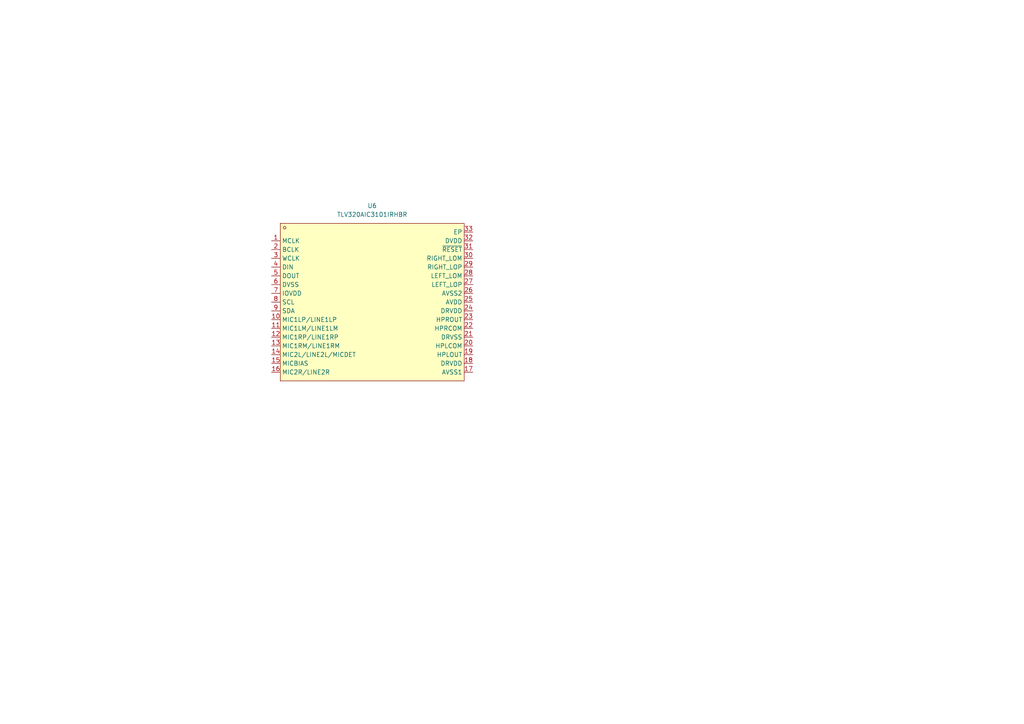
<source format=kicad_sch>
(kicad_sch (version 20231120) (generator "eeschema") (generator_version "8.0")
  (paper "A4")
  (title_block (title "Audio") (date "2024-12-08") (rev "Prototype v0") (company "xamuel.xyz"))
  (lib_symbols
    (symbol "linuxpocket:TLV320AIC3101IRHBR"
      (property "Reference" "U" (at 0 25.4 0))
      (property "Value" "TLV320AIC3101IRHBR" (at 0 -25.4 0))
      (symbol "TLV320AIC3101IRHBR_0_1"
        (rectangle (start -26.67 22.86) (end 26.67 -22.86) (fill (type background)))
        (circle (center -25.4 21.59) (radius 0.38))
        (pin unspecified line (at -29.21 17.78 0) (length 2.54) (name "MCLK") (number "1"))
        (pin unspecified line (at -29.21 -5.08 0) (length 2.54) (name "MIC1LP/LINE1LP") (number "10"))
        (pin unspecified line (at -29.21 -7.62 0) (length 2.54) (name "MIC1LM/LINE1LM") (number "11"))
        (pin unspecified line (at -29.21 -10.16 0) (length 2.54) (name "MIC1RP/LINE1RP") (number "12"))
        (pin unspecified line (at -29.21 -12.7 0) (length 2.54) (name "MIC1RM/LINE1RM") (number "13"))
        (pin unspecified line (at -29.21 -15.24 0) (length 2.54) (name "MIC2L/LINE2L/MICDET") (number "14"))
        (pin unspecified line (at -29.21 -17.78 0) (length 2.54) (name "MICBIAS") (number "15"))
        (pin unspecified line (at -29.21 -20.32 0) (length 2.54) (name "MIC2R/LINE2R") (number "16"))
        (pin unspecified line (at 29.21 -20.32 180) (length 2.54) (name "AVSS1") (number "17"))
        (pin unspecified line (at 29.21 -17.78 180) (length 2.54) (name "DRVDD") (number "18"))
        (pin unspecified line (at 29.21 -15.24 180) (length 2.54) (name "HPLOUT") (number "19"))
        (pin unspecified line (at -29.21 15.24 0) (length 2.54) (name "BCLK") (number "2"))
        (pin unspecified line (at 29.21 -12.7 180) (length 2.54) (name "HPLCOM") (number "20"))
        (pin unspecified line (at 29.21 -10.16 180) (length 2.54) (name "DRVSS") (number "21"))
        (pin unspecified line (at 29.21 -7.62 180) (length 2.54) (name "HPRCOM") (number "22"))
        (pin unspecified line (at 29.21 -5.08 180) (length 2.54) (name "HPROUT") (number "23"))
        (pin unspecified line (at 29.21 -2.54 180) (length 2.54) (name "DRVDD") (number "24"))
        (pin unspecified line (at 29.21 0 180) (length 2.54) (name "AVDD") (number "25"))
        (pin unspecified line (at 29.21 2.54 180) (length 2.54) (name "AVSS2") (number "26"))
        (pin unspecified line (at 29.21 5.08 180) (length 2.54) (name "LEFT_LOP") (number "27"))
        (pin unspecified line (at 29.21 7.62 180) (length 2.54) (name "LEFT_LOM") (number "28"))
        (pin unspecified line (at 29.21 10.16 180) (length 2.54) (name "RIGHT_LOP") (number "29"))
        (pin unspecified line (at -29.21 12.7 0) (length 2.54) (name "WCLK") (number "3"))
        (pin unspecified line (at 29.21 12.7 180) (length 2.54) (name "RIGHT_LOM") (number "30"))
        (pin unspecified line (at 29.21 15.24 180) (length 2.54) (name "~{RESET}") (number "31"))
        (pin unspecified line (at 29.21 17.78 180) (length 2.54) (name "DVDD") (number "32"))
        (pin unspecified line (at 29.21 20.32 180) (length 2.54) (name "EP") (number "33"))
        (pin unspecified line (at -29.21 10.16 0) (length 2.54) (name "DIN") (number "4"))
        (pin unspecified line (at -29.21 7.62 0) (length 2.54) (name "DOUT") (number "5"))
        (pin unspecified line (at -29.21 5.08 0) (length 2.54) (name "DVSS") (number "6"))
        (pin unspecified line (at -29.21 2.54 0) (length 2.54) (name "IOVDD") (number "7"))
        (pin unspecified line (at -29.21 0 0) (length 2.54) (name "SCL") (number "8"))
        (pin unspecified line (at -29.21 -2.54 0) (length 2.54) (name "SDA") (number "9"))
      )
    )
  )
  (symbol (lib_id "linuxpocket:TLV320AIC3101IRHBR") (at 107.95 87.63 0) (unit 1)
    (property "Reference" "U6" (at 107.95 59.69 0))
    (property "Value" "TLV320AIC3101IRHBR" (at 107.95 62.23 0))
    (property "Footprint" "linuxpocket:QFN-32_L5.0-W5.0-P0.50-TL-EP3.4" (effects (hide yes)))
    (property "Datasheet" "https://lcsc.com/product-detail/Audio-A-D-Converter-ICs_TI_TLV320AIC3101IRHBR_TLV320AIC3101IRHBR_C58566.html" (effects (hide yes)))
    (property "LCSC Part" "C58566" (effects (hide yes)))
  )
)
</source>
